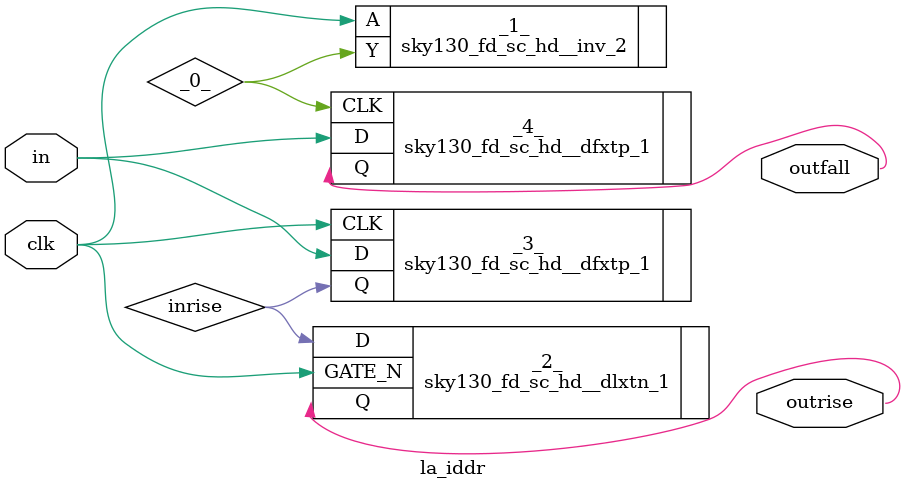
<source format=v>

/* Generated by Yosys 0.44 (git sha1 80ba43d26, g++ 11.4.0-1ubuntu1~22.04 -fPIC -O3) */

(* top =  1  *)
(* src = "inputs/la_iddr.v:10.1-29.10" *)
module la_iddr (
    clk,
    in,
    outrise,
    outfall
);
  wire _0_;
  (* src = "inputs/la_iddr.v:13.16-13.19" *)
  input clk;
  wire clk;
  (* src = "inputs/la_iddr.v:14.16-14.18" *)
  input in;
  wire in;
  (* src = "inputs/la_iddr.v:23.7-23.13" *)
  wire inrise;
  (* src = "inputs/la_iddr.v:16.16-16.23" *)
  output outfall;
  wire outfall;
  (* src = "inputs/la_iddr.v:15.16-15.23" *)
  output outrise;
  wire outrise;
  sky130_fd_sc_hd__inv_2 _1_ (
      .A(clk),
      .Y(_0_)
  );
  (* module_not_derived = 32'b00000000000000000000000000000001 *)
      (* src = "inputs/la_iddr.v:27.3-27.55|/home/pgadfort/lambdapdk/lambdapdk/sky130/libs/sky130hd/techmap/yosys/cells_latch.v:13.30-17.10" *)
  sky130_fd_sc_hd__dlxtn_1 _2_ (
      .D(inrise),
      .GATE_N(clk),
      .Q(outrise)
  );
  (* src = "inputs/la_iddr.v:24.3-24.38" *)
  sky130_fd_sc_hd__dfxtp_1 _3_ (
      .CLK(clk),
      .D  (in),
      .Q  (inrise)
  );
  (* src = "inputs/la_iddr.v:20.3-20.39" *)
  sky130_fd_sc_hd__dfxtp_1 _4_ (
      .CLK(_0_),
      .D  (in),
      .Q  (outfall)
  );
endmodule

</source>
